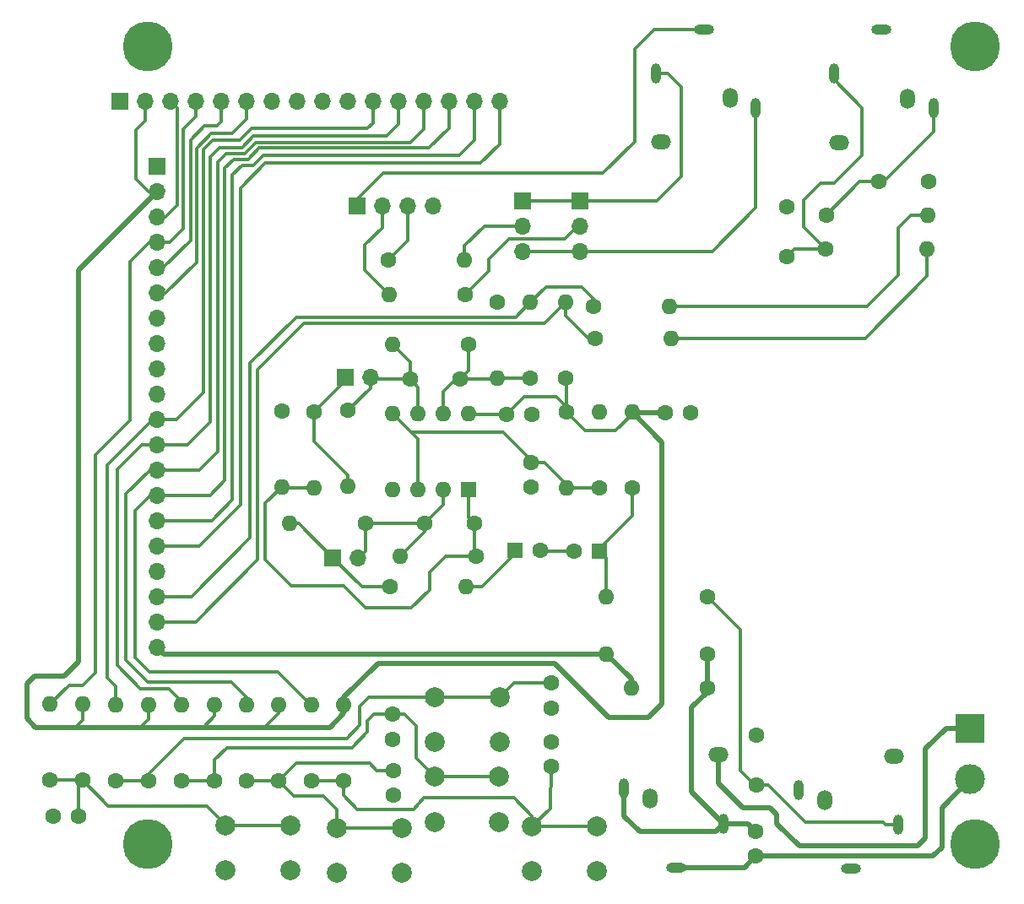
<source format=gbr>
G04 #@! TF.FileFunction,Copper,L2,Bot,Signal*
%FSLAX46Y46*%
G04 Gerber Fmt 4.6, Leading zero omitted, Abs format (unit mm)*
G04 Created by KiCad (PCBNEW 4.0.7) date 02/26/22 00:01:20*
%MOMM*%
%LPD*%
G01*
G04 APERTURE LIST*
%ADD10C,0.100000*%
%ADD11C,1.600000*%
%ADD12O,2.000000X1.000000*%
%ADD13O,1.000000X2.000000*%
%ADD14O,2.000000X1.500000*%
%ADD15O,1.500000X2.000000*%
%ADD16O,1.600000X1.600000*%
%ADD17C,2.000000*%
%ADD18C,5.000000*%
%ADD19R,1.700000X1.700000*%
%ADD20O,1.700000X1.700000*%
%ADD21R,1.600000X1.600000*%
%ADD22R,3.000000X3.000000*%
%ADD23C,3.000000*%
%ADD24C,0.350000*%
%ADD25C,0.500000*%
%ADD26C,0.250000*%
G04 APERTURE END LIST*
D10*
D11*
X109610000Y-76610000D03*
X109610000Y-81610000D03*
D12*
X98500000Y-142850000D03*
D13*
X103300000Y-138450000D03*
X93300000Y-134950000D03*
D14*
X102800000Y-131550000D03*
D15*
X95900000Y-135950000D03*
D11*
X48930000Y-134170000D03*
D16*
X48930000Y-126550000D03*
D11*
X58680000Y-134170000D03*
D16*
X58680000Y-126550000D03*
D11*
X86000000Y-126850000D03*
X86000000Y-124350000D03*
X70100000Y-129980000D03*
X70100000Y-127480000D03*
X70140000Y-135620000D03*
X70140000Y-133120000D03*
X85970000Y-130260000D03*
X85970000Y-132760000D03*
D17*
X74330000Y-130270000D03*
X74330000Y-125770000D03*
X80830000Y-130270000D03*
X80830000Y-125770000D03*
X64540000Y-143360000D03*
X64540000Y-138860000D03*
X71040000Y-143360000D03*
X71040000Y-138860000D03*
X84090000Y-143220000D03*
X84090000Y-138720000D03*
X90590000Y-143220000D03*
X90590000Y-138720000D03*
X74300000Y-138270000D03*
X74300000Y-133770000D03*
X80800000Y-138270000D03*
X80800000Y-133770000D03*
D11*
X45640000Y-134150000D03*
D16*
X45640000Y-126530000D03*
D11*
X65210000Y-134190000D03*
D16*
X65210000Y-126570000D03*
D11*
X42330000Y-134130000D03*
D16*
X42330000Y-126510000D03*
D11*
X52220000Y-134190000D03*
D16*
X52220000Y-126570000D03*
D11*
X61940000Y-134190000D03*
D16*
X61940000Y-126570000D03*
D11*
X55470000Y-134170000D03*
D16*
X55470000Y-126550000D03*
D18*
X45500000Y-60500000D03*
X45500000Y-140500000D03*
X128500000Y-60500000D03*
X128500000Y-140500000D03*
D19*
X66500000Y-76500000D03*
D20*
X69040000Y-76500000D03*
X71580000Y-76500000D03*
X74120000Y-76500000D03*
D19*
X42750000Y-66000000D03*
D20*
X45290000Y-66000000D03*
X47830000Y-66000000D03*
X50370000Y-66000000D03*
X52910000Y-66000000D03*
X55450000Y-66000000D03*
X57990000Y-66000000D03*
X60530000Y-66000000D03*
X63070000Y-66000000D03*
X65610000Y-66000000D03*
X68150000Y-66000000D03*
X70690000Y-66000000D03*
X73230000Y-66000000D03*
X75770000Y-66000000D03*
X78310000Y-66000000D03*
X80850000Y-66000000D03*
D11*
X106510000Y-139200000D03*
X106510000Y-141700000D03*
D12*
X119140000Y-58810000D03*
D13*
X114340000Y-63210000D03*
X124340000Y-66710000D03*
D14*
X114840000Y-70110000D03*
D15*
X121740000Y-65710000D03*
D12*
X101340000Y-58780000D03*
D13*
X96540000Y-63180000D03*
X106540000Y-66680000D03*
D14*
X97040000Y-70080000D03*
D15*
X103940000Y-65680000D03*
D19*
X88860000Y-75960000D03*
D20*
X88860000Y-78500000D03*
X88860000Y-81040000D03*
D19*
X83130000Y-75970000D03*
D20*
X83130000Y-78510000D03*
X83130000Y-81050000D03*
D11*
X113550000Y-80860000D03*
D16*
X123710000Y-80860000D03*
D11*
X113600000Y-77390000D03*
D16*
X123760000Y-77390000D03*
D11*
X90410000Y-89800000D03*
D16*
X98030000Y-89800000D03*
D11*
X90250000Y-86610000D03*
D16*
X97870000Y-86610000D03*
D11*
X87450000Y-93770000D03*
D16*
X87450000Y-86150000D03*
D11*
X94110000Y-104780000D03*
D16*
X94110000Y-97160000D03*
D11*
X77370000Y-85360000D03*
D16*
X69750000Y-85360000D03*
D11*
X69700000Y-81880000D03*
D16*
X77320000Y-81880000D03*
D11*
X123890000Y-74040000D03*
X118890000Y-74040000D03*
X106600000Y-129580000D03*
X106600000Y-134580000D03*
D21*
X90810000Y-111090000D03*
D11*
X88310000Y-111090000D03*
D21*
X82410000Y-111020000D03*
D11*
X84910000Y-111020000D03*
X81560000Y-97430000D03*
X84060000Y-97430000D03*
X83990000Y-104720000D03*
X83990000Y-102220000D03*
X73300000Y-108320000D03*
X78300000Y-108320000D03*
X71860000Y-93880000D03*
X76860000Y-93880000D03*
D12*
X116050000Y-142970000D03*
D13*
X120850000Y-138570000D03*
X110850000Y-135070000D03*
D14*
X120350000Y-131670000D03*
D15*
X113450000Y-136070000D03*
D19*
X64120000Y-111790000D03*
D20*
X66660000Y-111790000D03*
D19*
X65320000Y-93650000D03*
D20*
X67860000Y-93650000D03*
D11*
X101700000Y-115730000D03*
D16*
X91540000Y-115730000D03*
D11*
X69840000Y-114720000D03*
D16*
X77460000Y-114720000D03*
D11*
X67360000Y-108360000D03*
D16*
X59740000Y-108360000D03*
D11*
X87550000Y-97190000D03*
D16*
X87550000Y-104810000D03*
D11*
X90830000Y-104780000D03*
D16*
X90830000Y-97160000D03*
D11*
X78450000Y-111670000D03*
D16*
X70830000Y-111670000D03*
D11*
X62250000Y-97120000D03*
D16*
X62250000Y-104740000D03*
D11*
X58980000Y-97040000D03*
D16*
X58980000Y-104660000D03*
D11*
X65620000Y-97030000D03*
D16*
X65620000Y-104650000D03*
D11*
X77730000Y-90410000D03*
D16*
X70110000Y-90410000D03*
D11*
X83930000Y-93800000D03*
D16*
X83930000Y-86180000D03*
D11*
X80620000Y-86180000D03*
D16*
X80620000Y-93800000D03*
D21*
X77730000Y-104940000D03*
D16*
X70110000Y-97320000D03*
X75190000Y-104940000D03*
X72650000Y-97320000D03*
X72650000Y-104940000D03*
X75190000Y-97320000D03*
X70110000Y-104940000D03*
X77730000Y-97320000D03*
D22*
X128020000Y-128930000D03*
D23*
X128020000Y-134010000D03*
D11*
X101690000Y-121420000D03*
D16*
X91530000Y-121420000D03*
D11*
X101650000Y-124850000D03*
D16*
X94030000Y-124850000D03*
D19*
X46500000Y-72500000D03*
D20*
X46500000Y-75040000D03*
X46500000Y-77580000D03*
X46500000Y-80120000D03*
X46500000Y-82660000D03*
X46500000Y-85200000D03*
X46500000Y-87740000D03*
X46500000Y-90280000D03*
X46500000Y-92820000D03*
X46500000Y-95360000D03*
X46500000Y-97900000D03*
X46500000Y-100440000D03*
X46500000Y-102980000D03*
X46500000Y-105520000D03*
X46500000Y-108060000D03*
X46500000Y-110600000D03*
X46500000Y-113140000D03*
X46500000Y-115680000D03*
X46500000Y-118220000D03*
X46500000Y-120760000D03*
D11*
X97450000Y-97230000D03*
X99950000Y-97230000D03*
X36080000Y-137690000D03*
X38580000Y-137690000D03*
X35760000Y-134110000D03*
D16*
X35760000Y-126490000D03*
D11*
X39040000Y-134110000D03*
D16*
X39040000Y-126490000D03*
D17*
X53370000Y-143140000D03*
X53370000Y-138640000D03*
X59870000Y-143140000D03*
X59870000Y-138640000D03*
D24*
X39040000Y-126490000D02*
X39040000Y-128020000D01*
X39040000Y-128020000D02*
X38260000Y-128800000D01*
D25*
X45400000Y-128800000D02*
X38260000Y-128800000D01*
X38260000Y-128800000D02*
X34310000Y-128800000D01*
X37170000Y-123630000D02*
X38610000Y-122190000D01*
X34230000Y-123630000D02*
X37170000Y-123630000D01*
X33420000Y-124440000D02*
X34230000Y-123630000D01*
X33420000Y-127910000D02*
X33420000Y-124440000D01*
X34310000Y-128800000D02*
X33420000Y-127910000D01*
D24*
X46500000Y-75040000D02*
X45590000Y-75040000D01*
X45290000Y-67970000D02*
X45290000Y-66000000D01*
X44360000Y-68900000D02*
X45290000Y-67970000D01*
X44360000Y-73810000D02*
X44360000Y-68900000D01*
X45590000Y-75040000D02*
X44360000Y-73810000D01*
D25*
X97450000Y-97230000D02*
X94180000Y-97230000D01*
X94180000Y-97230000D02*
X94110000Y-97160000D01*
X65210000Y-126570000D02*
X65210000Y-125790000D01*
X65210000Y-125790000D02*
X68620000Y-122380000D01*
X97120000Y-100170000D02*
X94110000Y-97160000D01*
X97120000Y-126460000D02*
X97120000Y-100170000D01*
X95780000Y-127800000D02*
X97120000Y-126460000D01*
X91750000Y-127800000D02*
X95780000Y-127800000D01*
X86330000Y-122380000D02*
X91750000Y-127800000D01*
X68620000Y-122380000D02*
X86330000Y-122380000D01*
D24*
X94110000Y-97160000D02*
X94110000Y-97390000D01*
X94110000Y-97390000D02*
X92480000Y-99020000D01*
X92480000Y-99020000D02*
X89380000Y-99020000D01*
X89380000Y-99020000D02*
X87550000Y-97190000D01*
X87550000Y-97190000D02*
X87550000Y-93870000D01*
X87550000Y-93870000D02*
X87450000Y-93770000D01*
X45640000Y-126530000D02*
X45640000Y-127980000D01*
X45640000Y-127980000D02*
X44820000Y-128800000D01*
X52220000Y-126570000D02*
X52220000Y-127680000D01*
X52220000Y-127680000D02*
X51100000Y-128800000D01*
X58680000Y-126550000D02*
X58680000Y-127370000D01*
X58680000Y-127370000D02*
X57250000Y-128800000D01*
D25*
X65210000Y-126570000D02*
X65210000Y-127400000D01*
X38610000Y-82930000D02*
X46500000Y-75040000D01*
X38610000Y-122190000D02*
X38610000Y-82930000D01*
X63810000Y-128800000D02*
X59740000Y-128800000D01*
X59740000Y-128800000D02*
X57250000Y-128800000D01*
X57250000Y-128800000D02*
X51100000Y-128800000D01*
X51100000Y-128800000D02*
X45400000Y-128800000D01*
X45400000Y-128800000D02*
X44820000Y-128800000D01*
X65210000Y-127400000D02*
X63810000Y-128800000D01*
D24*
X46100000Y-74930000D02*
X46990000Y-74930000D01*
X46320000Y-74930000D02*
X46990000Y-74930000D01*
X46210000Y-74930000D02*
X46990000Y-74930000D01*
D25*
X47040000Y-74880000D02*
X46990000Y-74930000D01*
D24*
X87550000Y-97190000D02*
X87550000Y-96660000D01*
X87550000Y-96660000D02*
X86560000Y-95670000D01*
X81560000Y-97430000D02*
X77840000Y-97430000D01*
X77840000Y-97430000D02*
X77730000Y-97320000D01*
X83320000Y-95670000D02*
X81560000Y-97430000D01*
X86560000Y-95670000D02*
X83320000Y-95670000D01*
D25*
X106510000Y-141700000D02*
X124320000Y-141700000D01*
X125200000Y-136830000D02*
X128020000Y-134010000D01*
X125200000Y-140820000D02*
X125200000Y-136830000D01*
X124320000Y-141700000D02*
X125200000Y-140820000D01*
X98500000Y-142850000D02*
X105360000Y-142850000D01*
X105360000Y-142850000D02*
X106510000Y-141700000D01*
X98500000Y-142850000D02*
X97970000Y-142850000D01*
D24*
X74300000Y-133770000D02*
X74300000Y-133730000D01*
X74300000Y-133730000D02*
X72450000Y-131880000D01*
X71240000Y-127480000D02*
X70100000Y-127480000D01*
X72450000Y-128690000D02*
X71240000Y-127480000D01*
X72450000Y-131880000D02*
X72450000Y-128690000D01*
X52220000Y-134190000D02*
X52220000Y-132070000D01*
X68190000Y-127480000D02*
X70100000Y-127480000D01*
X67560000Y-128110000D02*
X68190000Y-127480000D01*
X67560000Y-129250000D02*
X67560000Y-128110000D01*
X65990000Y-130820000D02*
X67560000Y-129250000D01*
X53470000Y-130820000D02*
X65990000Y-130820000D01*
X52220000Y-132070000D02*
X53470000Y-130820000D01*
X52220000Y-134190000D02*
X48950000Y-134190000D01*
X48950000Y-134190000D02*
X48930000Y-134170000D01*
D26*
X69700000Y-127880000D02*
X70100000Y-127480000D01*
X48950000Y-134190000D02*
X48930000Y-134170000D01*
D24*
X70100000Y-127480000D02*
X70420000Y-127480000D01*
X74300000Y-133430000D02*
X74300000Y-133770000D01*
X70100000Y-127480000D02*
X70100000Y-126900000D01*
X80800000Y-133770000D02*
X74300000Y-133770000D01*
X62980000Y-129890000D02*
X65500000Y-129890000D01*
X67710000Y-125770000D02*
X74330000Y-125770000D01*
X66800000Y-126680000D02*
X67710000Y-125770000D01*
X66800000Y-128590000D02*
X66800000Y-126680000D01*
X65500000Y-129890000D02*
X66800000Y-128590000D01*
X45640000Y-134150000D02*
X45640000Y-133450000D01*
X45640000Y-133450000D02*
X49200000Y-129890000D01*
X49200000Y-129890000D02*
X62980000Y-129890000D01*
X45640000Y-134150000D02*
X42350000Y-134150000D01*
X42350000Y-134150000D02*
X42330000Y-134130000D01*
D26*
X42350000Y-134150000D02*
X42330000Y-134130000D01*
D24*
X86000000Y-124350000D02*
X82250000Y-124350000D01*
X82250000Y-124350000D02*
X80830000Y-125770000D01*
X80830000Y-125770000D02*
X74330000Y-125770000D01*
X75160000Y-135860000D02*
X73240000Y-135860000D01*
X65210000Y-135590000D02*
X65210000Y-134190000D01*
X66500000Y-137070000D02*
X65210000Y-135590000D01*
X72220000Y-137070000D02*
X66500000Y-137070000D01*
X73240000Y-135860000D02*
X72220000Y-137070000D01*
X84090000Y-138720000D02*
X84090000Y-137690000D01*
X82260000Y-135860000D02*
X75160000Y-135860000D01*
X84090000Y-137690000D02*
X82260000Y-135860000D01*
X65210000Y-134190000D02*
X61940000Y-134190000D01*
D26*
X84090000Y-138720000D02*
X84090000Y-138210000D01*
D24*
X85970000Y-132760000D02*
X85890000Y-136920000D01*
X85890000Y-136920000D02*
X84090000Y-138720000D01*
X84090000Y-138720000D02*
X84090000Y-138710000D01*
X90590000Y-138720000D02*
X84090000Y-138720000D01*
X85970000Y-132760000D02*
X85970000Y-132920000D01*
X47650000Y-124890000D02*
X44770000Y-124890000D01*
X44950000Y-100440000D02*
X46500000Y-100440000D01*
X42480000Y-102910000D02*
X44950000Y-100440000D01*
X42480000Y-122600000D02*
X42480000Y-102910000D01*
X44770000Y-124890000D02*
X42480000Y-122600000D01*
X67460000Y-69460000D02*
X69520000Y-69460000D01*
X70690000Y-68290000D02*
X70690000Y-66000000D01*
X69520000Y-69460000D02*
X70690000Y-68290000D01*
X48930000Y-126550000D02*
X48930000Y-126170000D01*
X48930000Y-126170000D02*
X47650000Y-124890000D01*
D26*
X48930000Y-126550000D02*
X48930000Y-126510000D01*
D24*
X46500000Y-100440000D02*
X49480000Y-100440000D01*
X56160000Y-69460000D02*
X67460000Y-69460000D01*
X67460000Y-69460000D02*
X67840000Y-69460000D01*
X54990000Y-70630000D02*
X56160000Y-69460000D01*
X52700000Y-70630000D02*
X54990000Y-70630000D01*
X51770000Y-71560000D02*
X52700000Y-70630000D01*
X51770000Y-98150000D02*
X51770000Y-71560000D01*
X49480000Y-100440000D02*
X51770000Y-98150000D01*
X46990000Y-100580000D02*
X46990000Y-100330000D01*
X42330000Y-126510000D02*
X42330000Y-124690000D01*
X41460000Y-102490000D02*
X46050000Y-97900000D01*
X41460000Y-123820000D02*
X41460000Y-102490000D01*
X42330000Y-124690000D02*
X41460000Y-123820000D01*
X46050000Y-97900000D02*
X46500000Y-97900000D01*
X42060000Y-126510000D02*
X42330000Y-126510000D01*
X65330000Y-68740000D02*
X67590000Y-68740000D01*
X68150000Y-68180000D02*
X68150000Y-66000000D01*
X67590000Y-68740000D02*
X68150000Y-68180000D01*
D26*
X42330000Y-126510000D02*
X41630000Y-126510000D01*
D24*
X46500000Y-97900000D02*
X48450000Y-97900000D01*
X48450000Y-97900000D02*
X51170000Y-95180000D01*
X51170000Y-95180000D02*
X51170000Y-70810000D01*
X51170000Y-70810000D02*
X52060000Y-69920000D01*
X52060000Y-69920000D02*
X54800000Y-69920000D01*
X54800000Y-69920000D02*
X55980000Y-68740000D01*
X55980000Y-68740000D02*
X65330000Y-68740000D01*
X65330000Y-68740000D02*
X65550000Y-68740000D01*
X45780000Y-97900000D02*
X46500000Y-97900000D01*
X49490000Y-123270000D02*
X45730000Y-123270000D01*
X44230000Y-107070000D02*
X45780000Y-105520000D01*
X44230000Y-121770000D02*
X44230000Y-107070000D01*
X45730000Y-123270000D02*
X44230000Y-121770000D01*
X45780000Y-105520000D02*
X46500000Y-105520000D01*
X72460000Y-70690000D02*
X73750000Y-70690000D01*
X75770000Y-68670000D02*
X75770000Y-66000000D01*
X73750000Y-70690000D02*
X75770000Y-68670000D01*
X61940000Y-126570000D02*
X61860000Y-126570000D01*
X61860000Y-126570000D02*
X58560000Y-123270000D01*
X58560000Y-123270000D02*
X49490000Y-123270000D01*
D26*
X61940000Y-126570000D02*
X61390000Y-126570000D01*
X46480000Y-105500000D02*
X46500000Y-105520000D01*
D24*
X46500000Y-105520000D02*
X51780000Y-105520000D01*
X56740000Y-70690000D02*
X72460000Y-70690000D01*
X55620000Y-71810000D02*
X56740000Y-70690000D01*
X54180000Y-71810000D02*
X55620000Y-71810000D01*
X53280000Y-72710000D02*
X54180000Y-71810000D01*
X53280000Y-104020000D02*
X53280000Y-72710000D01*
X51780000Y-105520000D02*
X53280000Y-104020000D01*
X46030000Y-105520000D02*
X46500000Y-105520000D01*
X51470000Y-124220000D02*
X45540000Y-124220000D01*
X43360000Y-105390000D02*
X45770000Y-102980000D01*
X43360000Y-122040000D02*
X43360000Y-105390000D01*
X45540000Y-124220000D02*
X43360000Y-122040000D01*
X45770000Y-102980000D02*
X46500000Y-102980000D01*
X69880000Y-70130000D02*
X71870000Y-70130000D01*
X73230000Y-68770000D02*
X73230000Y-66000000D01*
X71870000Y-70130000D02*
X73230000Y-68770000D01*
X55470000Y-126550000D02*
X55470000Y-125770000D01*
X55470000Y-125770000D02*
X53920000Y-124220000D01*
X53920000Y-124220000D02*
X51470000Y-124220000D01*
D26*
X55470000Y-126550000D02*
X55270000Y-126550000D01*
D24*
X46500000Y-102980000D02*
X50710000Y-102980000D01*
X56380000Y-70130000D02*
X69880000Y-70130000D01*
X55290000Y-71220000D02*
X56380000Y-70130000D01*
X53400000Y-71220000D02*
X55290000Y-71220000D01*
X52540000Y-72080000D02*
X53400000Y-71220000D01*
X52540000Y-101150000D02*
X52540000Y-72080000D01*
X50710000Y-102980000D02*
X52540000Y-101150000D01*
X47150000Y-102870000D02*
X46990000Y-102870000D01*
X64540000Y-138860000D02*
X64540000Y-137020000D01*
X60170000Y-135660000D02*
X58680000Y-134170000D01*
X63180000Y-135660000D02*
X60170000Y-135660000D01*
X64540000Y-137020000D02*
X63180000Y-135660000D01*
X70140000Y-133120000D02*
X68500000Y-133120000D01*
X68500000Y-133120000D02*
X67790000Y-132410000D01*
X67790000Y-132410000D02*
X60440000Y-132410000D01*
X60440000Y-132410000D02*
X58680000Y-134170000D01*
X58680000Y-134170000D02*
X55470000Y-134170000D01*
X64540000Y-138860000D02*
X71040000Y-138860000D01*
X40290000Y-122570000D02*
X40290000Y-123280000D01*
X37700000Y-124550000D02*
X35760000Y-126490000D01*
X39020000Y-124550000D02*
X37700000Y-124550000D01*
X40290000Y-123280000D02*
X39020000Y-124550000D01*
X35760000Y-126490000D02*
X35760000Y-126230000D01*
X40290000Y-122570000D02*
X40290000Y-101480000D01*
X40290000Y-101480000D02*
X43730000Y-98040000D01*
X43730000Y-98040000D02*
X43730000Y-82080000D01*
X43730000Y-82080000D02*
X45690000Y-80120000D01*
X45690000Y-80120000D02*
X46500000Y-80120000D01*
X49120000Y-70730000D02*
X49120000Y-68800000D01*
X50370000Y-67550000D02*
X50370000Y-66000000D01*
X49120000Y-68800000D02*
X50370000Y-67550000D01*
X46500000Y-80120000D02*
X47760000Y-80120000D01*
X49120000Y-78760000D02*
X49120000Y-70730000D01*
X49120000Y-70730000D02*
X49120000Y-70520000D01*
X47760000Y-80120000D02*
X49120000Y-78760000D01*
X53010000Y-69230000D02*
X54030000Y-69230000D01*
X55450000Y-67810000D02*
X55450000Y-66000000D01*
X54030000Y-69230000D02*
X55450000Y-67810000D01*
X46500000Y-85200000D02*
X47350000Y-85200000D01*
X47350000Y-85200000D02*
X50410000Y-82140000D01*
X50410000Y-82140000D02*
X50410000Y-70710000D01*
X50410000Y-70710000D02*
X51890000Y-69230000D01*
X51890000Y-69230000D02*
X53010000Y-69230000D01*
X53010000Y-69230000D02*
X53300000Y-69230000D01*
X47160000Y-84920000D02*
X46990000Y-85090000D01*
X48480000Y-71480000D02*
X48480000Y-66650000D01*
X48480000Y-66650000D02*
X47830000Y-66000000D01*
X46500000Y-77580000D02*
X47340000Y-77580000D01*
X47340000Y-77580000D02*
X48480000Y-76440000D01*
X48480000Y-76440000D02*
X48480000Y-71480000D01*
X48480000Y-71480000D02*
X48480000Y-71280000D01*
X46240000Y-77470000D02*
X46990000Y-77470000D01*
X46300000Y-77470000D02*
X46990000Y-77470000D01*
X49820000Y-70760000D02*
X49820000Y-69870000D01*
X52910000Y-68000000D02*
X52910000Y-66000000D01*
X52470000Y-68440000D02*
X52910000Y-68000000D01*
X51250000Y-68440000D02*
X52470000Y-68440000D01*
X49820000Y-69870000D02*
X51250000Y-68440000D01*
X46500000Y-82660000D02*
X47100000Y-82660000D01*
X47100000Y-82660000D02*
X49820000Y-79940000D01*
X49820000Y-79940000D02*
X49820000Y-70760000D01*
X49820000Y-70760000D02*
X49820000Y-70070000D01*
X74690000Y-71410000D02*
X76780000Y-71410000D01*
X78310000Y-69880000D02*
X78310000Y-66000000D01*
X76780000Y-71410000D02*
X78310000Y-69880000D01*
X46500000Y-108060000D02*
X51960000Y-108060000D01*
X57150000Y-71410000D02*
X74690000Y-71410000D01*
X56140000Y-72420000D02*
X57150000Y-71410000D01*
X55010000Y-72420000D02*
X56140000Y-72420000D01*
X54030000Y-73400000D02*
X55010000Y-72420000D01*
X54030000Y-105990000D02*
X54030000Y-73400000D01*
X51960000Y-108060000D02*
X54030000Y-105990000D01*
X46990000Y-107950000D02*
X46220000Y-107950000D01*
X46990000Y-107950000D02*
X46320000Y-107950000D01*
X74390000Y-72220000D02*
X78920000Y-72220000D01*
X80850000Y-70290000D02*
X80850000Y-66000000D01*
X78920000Y-72220000D02*
X80850000Y-70290000D01*
X54820000Y-106000000D02*
X54820000Y-106500000D01*
X54820000Y-106500000D02*
X50720000Y-110600000D01*
X46500000Y-110600000D02*
X50720000Y-110600000D01*
X57280000Y-72220000D02*
X74390000Y-72220000D01*
X54820000Y-74680000D02*
X57280000Y-72220000D01*
X54820000Y-106500000D02*
X54820000Y-106000000D01*
X54820000Y-106000000D02*
X54820000Y-74680000D01*
X66500000Y-76500000D02*
X66500000Y-75850000D01*
X66500000Y-75850000D02*
X69120000Y-73230000D01*
X69120000Y-73230000D02*
X91170000Y-73230000D01*
X91170000Y-73230000D02*
X94370000Y-70030000D01*
X94370000Y-70030000D02*
X94370000Y-60730000D01*
X94370000Y-60730000D02*
X96320000Y-58780000D01*
X96320000Y-58780000D02*
X101340000Y-58780000D01*
X69040000Y-76500000D02*
X69040000Y-78710000D01*
X67340000Y-82950000D02*
X69750000Y-85360000D01*
X67340000Y-80410000D02*
X67340000Y-82950000D01*
X69040000Y-78710000D02*
X67340000Y-80410000D01*
X71580000Y-76500000D02*
X71580000Y-80000000D01*
X71580000Y-80000000D02*
X69700000Y-81880000D01*
D25*
X101650000Y-124850000D02*
X101650000Y-125270000D01*
X101650000Y-125270000D02*
X100090000Y-126830000D01*
X100090000Y-135240000D02*
X103300000Y-138450000D01*
X100090000Y-126830000D02*
X100090000Y-135240000D01*
X101690000Y-121420000D02*
X101690000Y-124810000D01*
X101690000Y-124810000D02*
X101650000Y-124850000D01*
X93300000Y-134950000D02*
X93300000Y-137680000D01*
X102490000Y-139260000D02*
X103300000Y-138450000D01*
X94880000Y-139260000D02*
X102490000Y-139260000D01*
X93300000Y-137680000D02*
X94880000Y-139260000D01*
X103300000Y-138450000D02*
X105760000Y-138450000D01*
X105760000Y-138450000D02*
X106510000Y-139200000D01*
D24*
X124340000Y-66710000D02*
X124340000Y-69050000D01*
X124340000Y-69050000D02*
X119350000Y-74040000D01*
X119350000Y-74040000D02*
X118890000Y-74040000D01*
X118890000Y-74040000D02*
X116950000Y-74040000D01*
X116950000Y-74040000D02*
X113600000Y-77390000D01*
X114340000Y-63210000D02*
X114340000Y-63820000D01*
X114340000Y-63820000D02*
X117160000Y-66640000D01*
X117160000Y-66640000D02*
X117160000Y-71430000D01*
X117160000Y-71430000D02*
X114370000Y-74220000D01*
X114370000Y-74220000D02*
X113000000Y-74220000D01*
X113000000Y-74220000D02*
X111330000Y-75890000D01*
X111330000Y-75890000D02*
X111330000Y-78640000D01*
X111330000Y-78640000D02*
X113550000Y-80860000D01*
X113550000Y-80860000D02*
X110360000Y-80860000D01*
X110360000Y-80860000D02*
X109610000Y-81610000D01*
X96540000Y-63180000D02*
X97660000Y-63180000D01*
X96560000Y-75960000D02*
X88860000Y-75960000D01*
X99020000Y-73500000D02*
X96560000Y-75960000D01*
X99020000Y-64540000D02*
X99020000Y-73500000D01*
X97660000Y-63180000D02*
X99020000Y-64540000D01*
X88860000Y-75960000D02*
X83140000Y-75960000D01*
X83140000Y-75960000D02*
X83130000Y-75970000D01*
X83130000Y-75970000D02*
X83750000Y-75970000D01*
X106540000Y-66680000D02*
X106540000Y-76680000D01*
X102180000Y-81040000D02*
X88860000Y-81040000D01*
X106540000Y-76680000D02*
X102180000Y-81040000D01*
X83130000Y-81050000D02*
X88850000Y-81050000D01*
X88850000Y-81050000D02*
X88860000Y-81040000D01*
X88860000Y-78500000D02*
X88600000Y-78500000D01*
X88600000Y-78500000D02*
X87350000Y-79770000D01*
X87350000Y-79770000D02*
X81810000Y-79770000D01*
X81810000Y-79770000D02*
X79720000Y-81840000D01*
X79720000Y-81840000D02*
X79720000Y-83010000D01*
X79720000Y-83010000D02*
X77370000Y-85360000D01*
X83130000Y-78510000D02*
X79280000Y-78510000D01*
X77320000Y-80470000D02*
X77320000Y-81880000D01*
X79280000Y-78510000D02*
X77320000Y-80470000D01*
X123710000Y-80860000D02*
X123710000Y-83560000D01*
X117470000Y-89800000D02*
X98030000Y-89800000D01*
X123710000Y-83560000D02*
X117470000Y-89800000D01*
X123760000Y-77390000D02*
X122100000Y-77390000D01*
X117650000Y-86610000D02*
X97870000Y-86610000D01*
X120820000Y-83440000D02*
X117650000Y-86610000D01*
X120820000Y-78670000D02*
X120820000Y-83440000D01*
X122100000Y-77390000D02*
X120820000Y-78670000D01*
X106600000Y-134580000D02*
X106420000Y-134580000D01*
X106420000Y-134580000D02*
X104940000Y-133100000D01*
X104940000Y-118970000D02*
X101700000Y-115730000D01*
X104940000Y-133100000D02*
X104940000Y-118970000D01*
X120850000Y-138570000D02*
X119520000Y-138570000D01*
X119520000Y-138570000D02*
X119250000Y-138300000D01*
X107800000Y-134580000D02*
X106600000Y-134580000D01*
X111520000Y-138300000D02*
X107800000Y-134580000D01*
X119250000Y-138300000D02*
X111520000Y-138300000D01*
X91540000Y-115730000D02*
X91540000Y-111820000D01*
X91540000Y-111820000D02*
X90810000Y-111090000D01*
X94110000Y-104780000D02*
X94110000Y-107560000D01*
X94110000Y-107560000D02*
X90810000Y-110860000D01*
X90810000Y-110860000D02*
X90810000Y-111090000D01*
X88310000Y-111090000D02*
X84980000Y-111090000D01*
X84980000Y-111090000D02*
X84910000Y-111020000D01*
X82410000Y-111020000D02*
X82410000Y-111380000D01*
X82410000Y-111380000D02*
X79070000Y-114720000D01*
X79070000Y-114720000D02*
X77460000Y-114720000D01*
X72650000Y-104940000D02*
X72650000Y-99860000D01*
X72650000Y-99860000D02*
X71980000Y-99190000D01*
X83990000Y-102220000D02*
X83990000Y-102010000D01*
X83990000Y-102010000D02*
X81170000Y-99190000D01*
X71980000Y-99190000D02*
X70110000Y-97320000D01*
X81170000Y-99190000D02*
X71980000Y-99190000D01*
X87550000Y-104810000D02*
X87550000Y-104470000D01*
X87550000Y-104470000D02*
X85300000Y-102220000D01*
X85300000Y-102220000D02*
X83990000Y-102220000D01*
X90830000Y-104780000D02*
X87580000Y-104780000D01*
X87580000Y-104780000D02*
X87550000Y-104810000D01*
X73300000Y-108320000D02*
X67400000Y-108320000D01*
X67400000Y-108320000D02*
X67360000Y-108360000D01*
X73300000Y-108320000D02*
X73300000Y-109200000D01*
X73300000Y-109200000D02*
X70830000Y-111670000D01*
X75190000Y-104940000D02*
X75190000Y-106430000D01*
X75190000Y-106430000D02*
X73300000Y-108320000D01*
X67360000Y-108360000D02*
X67360000Y-111090000D01*
X67360000Y-111090000D02*
X66660000Y-111790000D01*
X67480000Y-108240000D02*
X67360000Y-108360000D01*
X75190000Y-105420000D02*
X75190000Y-104940000D01*
X78450000Y-111670000D02*
X75400000Y-111670000D01*
X57300000Y-106340000D02*
X58980000Y-104660000D01*
X57300000Y-111940000D02*
X57300000Y-106340000D01*
X59930000Y-114570000D02*
X57300000Y-111940000D01*
X65160000Y-114570000D02*
X59930000Y-114570000D01*
X67400000Y-116810000D02*
X65160000Y-114570000D01*
X71980000Y-116810000D02*
X67400000Y-116810000D01*
X73800000Y-114990000D02*
X71980000Y-116810000D01*
X73800000Y-113270000D02*
X73800000Y-114990000D01*
X75400000Y-111670000D02*
X73800000Y-113270000D01*
X78300000Y-108320000D02*
X78300000Y-111520000D01*
X78300000Y-111520000D02*
X78450000Y-111670000D01*
X77730000Y-104940000D02*
X77730000Y-107750000D01*
X77730000Y-107750000D02*
X78300000Y-108320000D01*
X62250000Y-104740000D02*
X59060000Y-104740000D01*
X59060000Y-104740000D02*
X58980000Y-104660000D01*
X71860000Y-93880000D02*
X68090000Y-93880000D01*
X68090000Y-93880000D02*
X67860000Y-93650000D01*
X67860000Y-93650000D02*
X67860000Y-94790000D01*
X67860000Y-94790000D02*
X65620000Y-97030000D01*
X71860000Y-93880000D02*
X71860000Y-92160000D01*
X71860000Y-92160000D02*
X70110000Y-90410000D01*
X72650000Y-97320000D02*
X72650000Y-94670000D01*
X72650000Y-94670000D02*
X71860000Y-93880000D01*
X76860000Y-93880000D02*
X76460000Y-93880000D01*
X76460000Y-93880000D02*
X75190000Y-95150000D01*
X75190000Y-95150000D02*
X75190000Y-97320000D01*
X80620000Y-93800000D02*
X83930000Y-93800000D01*
X76860000Y-93880000D02*
X80540000Y-93880000D01*
X80540000Y-93880000D02*
X80620000Y-93800000D01*
X77730000Y-90410000D02*
X77730000Y-93010000D01*
X77730000Y-93010000D02*
X76860000Y-93880000D01*
X69840000Y-114720000D02*
X67050000Y-114720000D01*
X67050000Y-114720000D02*
X64120000Y-111790000D01*
X59740000Y-108360000D02*
X60690000Y-108360000D01*
X60690000Y-108360000D02*
X64120000Y-111790000D01*
X65320000Y-93650000D02*
X65320000Y-94050000D01*
X65320000Y-94050000D02*
X62250000Y-97120000D01*
X65620000Y-104650000D02*
X65620000Y-103480000D01*
X62250000Y-100110000D02*
X62250000Y-97120000D01*
X65620000Y-103480000D02*
X62250000Y-100110000D01*
D25*
X102800000Y-131550000D02*
X102800000Y-134450000D01*
X125600000Y-128930000D02*
X128020000Y-128930000D01*
X123550000Y-130980000D02*
X125600000Y-128930000D01*
X123550000Y-139920000D02*
X123550000Y-130980000D01*
X122760000Y-140710000D02*
X123550000Y-139920000D01*
X110870000Y-140710000D02*
X122760000Y-140710000D01*
X108630000Y-138470000D02*
X110870000Y-140710000D01*
X108630000Y-137550000D02*
X108630000Y-138470000D01*
X107930000Y-136850000D02*
X108630000Y-137550000D01*
X105200000Y-136850000D02*
X107930000Y-136850000D01*
X102800000Y-134450000D02*
X105200000Y-136850000D01*
X91530000Y-121420000D02*
X47160000Y-121420000D01*
X47160000Y-121420000D02*
X46500000Y-120760000D01*
X94030000Y-124850000D02*
X94030000Y-123920000D01*
X94030000Y-123920000D02*
X91530000Y-121420000D01*
D24*
X46500000Y-118220000D02*
X50330000Y-118220000D01*
X85350000Y-88250000D02*
X87450000Y-86150000D01*
X61210000Y-88250000D02*
X85350000Y-88250000D01*
X56540000Y-92920000D02*
X61210000Y-88250000D01*
X56540000Y-112010000D02*
X56540000Y-92920000D01*
X50330000Y-118220000D02*
X56540000Y-112010000D01*
X87450000Y-86150000D02*
X87450000Y-87510000D01*
X87450000Y-87510000D02*
X89740000Y-89800000D01*
X89740000Y-89800000D02*
X90410000Y-89800000D01*
X90250000Y-86610000D02*
X90250000Y-85840000D01*
X90250000Y-85840000D02*
X89040000Y-84630000D01*
X89040000Y-84630000D02*
X85480000Y-84630000D01*
X85480000Y-84630000D02*
X83930000Y-86180000D01*
X46500000Y-115680000D02*
X49920000Y-115680000D01*
X82460000Y-87650000D02*
X83930000Y-86180000D01*
X60440000Y-87650000D02*
X82460000Y-87650000D01*
X55810000Y-92280000D02*
X60440000Y-87650000D01*
X55810000Y-109790000D02*
X55810000Y-92280000D01*
X49920000Y-115680000D02*
X55810000Y-109790000D01*
X53370000Y-138640000D02*
X53370000Y-138560000D01*
X53370000Y-138560000D02*
X51470000Y-136660000D01*
X41590000Y-136660000D02*
X39040000Y-134110000D01*
X51470000Y-136660000D02*
X41590000Y-136660000D01*
X59870000Y-138640000D02*
X53370000Y-138640000D01*
X39040000Y-134110000D02*
X35760000Y-134110000D01*
X38580000Y-137690000D02*
X38580000Y-134570000D01*
X38580000Y-134570000D02*
X39040000Y-134110000D01*
M02*

</source>
